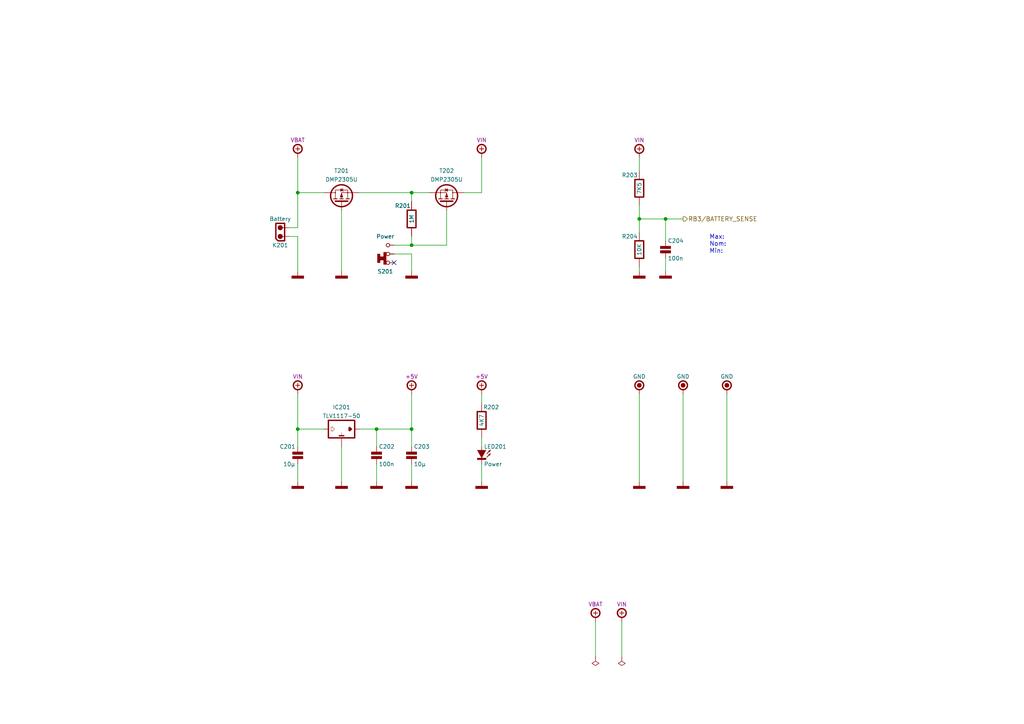
<source format=kicad_sch>
(kicad_sch (version 20211123) (generator eeschema)
  (paper "A4")
  (title_block (title "Power") (date "01/2022") (rev "A") (comment 1 "TBOT - MCU PIC-8Bit"))
  (lib_symbols
    (symbol "tronixio:C-1206" (pin_numbers hide) (pin_names (offset 0) hide)
      (property "Reference" "C" (at 0.635 2.54 0))
      (property "Value" "C-1206" (at 0.635 -2.54 0))
      (symbol "C-1206_0_1"
        (rectangle (start -1.524 -0.254) (end 1.524 -1.016) (stroke (width 0.001)) (fill (type outline)))
        (rectangle (start -1.524 1.016) (end 1.524 0.254) (stroke (width 0.001)) (fill (type outline)))
      )
      (symbol "C-1206_1_1"
        (pin passive line (at 0 2.54 270) (length 1.905) (name "~") (number "1"))
        (pin passive line (at 0 -2.54 90) (length 1.905) (name "~") (number "2"))
      )
    )
    (symbol "tronixio:DMP2305U-NEW" (pin_numbers hide) (pin_names (offset 0) hide)
      (property "Reference" "Q" (at 2.54 1.905 0))
      (property "Value" "DMP2305U-NEW" (at 0 -17.78 0))
      (symbol "DMP2305U-NEW_0_1"
        (rectangle (start -2.667 -1.905) (end -2.286 1.905) (stroke (width 0.001)) (fill (type outline)))
        (circle (center -0.889 0) (radius 3.175) (stroke (width 0.4)))
        (circle (center 0 -1.778) (radius 0.127) (stroke (width 0.12)))
        (polyline (pts (xy -1.778 -1.27) (xy -1.778 -2.286)) (stroke (width 0.254)))
        (polyline (pts (xy -1.778 0) (xy 0 0)) (stroke (width 0.15)))
        (polyline (pts (xy -1.778 0.508) (xy -1.778 -0.508)) (stroke (width 0.254)))
        (polyline (pts (xy -1.778 2.286) (xy -1.778 1.27)) (stroke (width 0.254)))
        (polyline (pts (xy -1.778 1.778) (xy 0.762 1.778) (xy 0.762 -1.778) (xy -1.778 -1.778)))
        (polyline (pts (xy -0.254 0) (xy -1.27 0.381) (xy -1.27 -0.381) (xy -0.254 0)) (fill (type outline)))
        (polyline (pts (xy 0.254 -0.508) (xy 0.381 -0.381) (xy 1.143 -0.381) (xy 1.27 -0.254)))
        (polyline (pts (xy 0.762 -0.381) (xy 0.381 0.254) (xy 1.143 0.254) (xy 0.762 -0.381)) (fill (type outline)))
        (circle (center 0 1.778) (radius 0.127) (stroke (width 0.12)))
      )
      (symbol "DMP2305U-NEW_1_1"
        (pin input line (at -5.08 0 0) (length 2.54) (name "G") (number "1"))
        (pin passive line (at 0 -5.08 90) (length 5.08) (name "S") (number "2"))
        (pin passive line (at 0 5.08 270) (length 3.3) (name "D") (number "3"))
      )
    )
    (symbol "tronixio:E-SWITCH-200USP1T1A1M2RE" (pin_numbers hide) (pin_names (offset 0) hide)
      (property "Reference" "S" (at 0 7.62 0))
      (property "Value" "E-SWITCH-200USP1T1A1M2RE" (at 0 -7.62 0))
      (symbol "E-SWITCH-200USP1T1A1M2RE_0_1"
        (rectangle (start -3.048 3.048) (end 0.508 2.286) (stroke (width 0.001)) (fill (type outline)))
        (circle (center -2.54 1.778) (radius 0.508) (stroke (width 0.2)))
        (rectangle (start -2.54 4.826) (end 0 4.064) (stroke (width 0.001)) (fill (type outline)))
        (rectangle (start -1.778 3.048) (end -0.762 4.064) (stroke (width 0.001)) (fill (type outline)))
        (circle (center 0 1.778) (radius 0.508) (stroke (width 0.2)))
        (circle (center 2.54 1.778) (radius 0.508) (stroke (width 0.2)))
        (pin passive line (at -2.54 0 90) (length 1.27) (name "1") (number "1"))
        (pin passive line (at 0 0 90) (length 1.27) (name "2") (number "2"))
        (pin passive line (at 2.54 0 90) (length 1.27) (name "3") (number "3"))
      )
    )
    (symbol "tronixio:KEYSTONE-5006" (pin_numbers hide) (pin_names (offset 0) hide)
      (property "Reference" "TP" (at 0 7.62 0))
      (property "Value" "KEYSTONE-5006" (at 0 5.08 0))
      (symbol "KEYSTONE-5006_0_1"
        (circle (center 0 2.54) (radius 0.635) (stroke (width 0.001)) (fill (type outline)))
        (circle (center 0 2.54) (radius 1.27) (stroke (width 0.4)))
      )
      (symbol "KEYSTONE-5006_1_1"
        (pin passive line (at 0 0 90) (length 1.27) (name "1") (number "1"))
      )
    )
    (symbol "tronixio:LED-1206-RED" (pin_numbers hide) (pin_names (offset 0) hide)
      (property "Reference" "LED" (at 0 -2.54 0))
      (property "Value" "LED-1206-RED" (at 0 -5.08 0))
      (symbol "LED-1206-RED_0_1"
        (rectangle (start -1.27 1.27) (end -0.762 -1.27) (stroke (width 0.001)) (fill (type outline)))
        (polyline (pts (xy 1.524 -1.27) (xy 1.524 1.27) (xy -0.762 0) (xy 1.524 -1.27)) (stroke (width 0.001)) (fill (type outline)))
        (polyline (pts (xy -0.508 1.524) (xy 0.508 2.54) (xy 0.254 2.032) (xy 0 2.286) (xy 0.508 2.54)) (stroke (width 0.2)))
        (polyline (pts (xy 0.508 1.524) (xy 1.524 2.54) (xy 1.27 2.032) (xy 1.016 2.286) (xy 1.524 2.54)) (stroke (width 0.2)))
      )
      (symbol "LED-1206-RED_1_1"
        (pin passive line (at -2.54 0 0) (length 1.27) (name "K") (number "1"))
        (pin passive line (at 2.54 0 180) (length 1.27) (name "A") (number "2"))
      )
    )
    (symbol "tronixio:MOLEX-MINI-SPOX-02-RIGHT-ANGLE" (pin_numbers hide) (pin_names (offset 0) hide)
      (property "Reference" "K" (at 0 2.54 0))
      (property "Value" "MOLEX-MINI-SPOX-02-RIGHT-ANGLE" (at 0 -5.08 0))
      (symbol "MOLEX-MINI-SPOX-02-RIGHT-ANGLE_0_1"
        (circle (center 0 -2.54) (radius 0.635) (stroke (width 0.2)) (fill (type outline)))
        (polyline (pts (xy -1.27 -3.81) (xy 1.27 -3.81) (xy 1.27 0.635) (xy 0.635 1.27) (xy -1.27 1.27) (xy -1.27 -3.81)) (stroke (width 0.4)))
        (circle (center 0 0) (radius 0.635) (stroke (width 0.2)) (fill (type outline)))
      )
      (symbol "MOLEX-MINI-SPOX-02-RIGHT-ANGLE_1_1"
        (pin passive line (at -2.54 0 0) (length 1.905) (name "1") (number "1"))
        (pin passive line (at -2.54 -2.54 0) (length 1.905) (name "2") (number "2"))
      )
    )
    (symbol "tronixio:POWER-+5V" (power) (pin_numbers hide) (pin_names (offset 0) hide)
      (property "Name" "+5V" (at 0 5.08 0))
      (symbol "POWER-+5V_0_1"
        (polyline (pts (xy -0.635 2.54) (xy 0.635 2.54)) (stroke (width 0.2)))
        (polyline (pts (xy 0 1.905) (xy 0 3.175)) (stroke (width 0.2)))
        (circle (center 0 2.54) (radius 1.27) (stroke (width 0.4)))
      )
      (symbol "POWER-+5V_1_1"
        (pin power_in line (at 0 0 90) (length 1.27) (name "+5V") (number "1"))
      )
    )
    (symbol "tronixio:POWER-GND" (power) (pin_numbers hide) (pin_names (offset 0) hide)
      (symbol "POWER-GND_0_1"
        (rectangle (start -1.778 -2.032) (end 1.778 -1.27) (stroke (width 0.001)) (fill (type outline)))
      )
      (symbol "POWER-GND_1_1"
        (pin power_in line (at 0 0 270) (length 1.27) (name "GND") (number "1"))
      )
    )
    (symbol "tronixio:POWER-VBAT" (power) (pin_numbers hide) (pin_names (offset 0) hide)
      (property "Name" "VBAT" (at 0 5.08 0))
      (symbol "POWER-VBAT_0_1"
        (polyline (pts (xy -0.635 2.54) (xy 0.635 2.54)) (stroke (width 0.2)))
        (polyline (pts (xy 0 1.905) (xy 0 3.175)) (stroke (width 0.2)))
        (circle (center 0 2.54) (radius 1.27) (stroke (width 0.4)))
      )
      (symbol "POWER-VBAT_1_1"
        (pin power_in line (at 0 0 90) (length 1.27) (name "VBAT") (number "1"))
      )
    )
    (symbol "tronixio:POWER-VIN" (power) (pin_numbers hide) (pin_names (offset 0) hide)
      (property "Name" "VIN" (at 0 5.08 0))
      (symbol "POWER-VIN_0_1"
        (polyline (pts (xy -0.635 2.54) (xy 0.635 2.54)) (stroke (width 0.2)))
        (polyline (pts (xy 0 1.905) (xy 0 3.175)) (stroke (width 0.2)))
        (circle (center 0 2.54) (radius 1.27) (stroke (width 0.4)))
      )
      (symbol "POWER-VIN_1_1"
        (pin power_in line (at 0 0 90) (length 1.27) (name "VIN") (number "1"))
      )
    )
    (symbol "tronixio:PWR_FLAG" (power) (pin_numbers hide) (pin_names (offset 0) hide)
      (symbol "PWR_FLAG_0_0"
        (pin power_out line (at 0 0 90) (length 0) (name "pwr") (number "1"))
      )
      (symbol "PWR_FLAG_0_1"
        (polyline (pts (xy 0 0) (xy 0 1.27) (xy -1.016 1.905) (xy 0 2.54) (xy 1.016 1.905) (xy 0 1.27)))
      )
    )
    (symbol "tronixio:R-1206" (pin_numbers hide) (pin_names (offset 0) hide)
      (property "Reference" "R" (at 2.54 0 90))
      (property "Value" "R-1206" (at 0 0 90))
      (symbol "R-1206_0_1"
        (rectangle (start -1.27 -2.54) (end 1.27 2.54) (stroke (width 0.4)))
      )
      (symbol "R-1206_1_1"
        (pin passive line (at 0 5.08 270) (length 2.54) (name "~") (number "1"))
        (pin passive line (at 0 -5.08 90) (length 2.54) (name "~") (number "2"))
      )
    )
    (symbol "tronixio:TLV1117-50-SOT" (pin_numbers hide) (pin_names (offset 0) hide)
      (property "Reference" "IC" (at 0 6.35 0))
      (property "Value" "TLV1117-50-SOT" (at 0 3.81 0))
      (symbol "TLV1117-50-SOT_0_1"
        (rectangle (start -3.81 -2.54) (end 3.81 2.54) (stroke (width 0.4)))
        (rectangle (start -0.762 -1.778) (end 0.762 -2.032) (stroke (width 0.001)) (fill (type outline)))
        (polyline (pts (xy -2.032 0) (xy -2.794 -0.762)) (stroke (width 0.0006)))
        (polyline (pts (xy -2.032 0) (xy -2.794 0.762)) (stroke (width 0.0006)))
        (polyline (pts (xy 0 -1.778) (xy 0 -1.016)) (stroke (width 0.0006)))
        (polyline (pts (xy 3.048 0) (xy 2.286 -0.762)) (stroke (width 0.0006)))
        (polyline (pts (xy 3.048 0) (xy 2.286 0.762)) (stroke (width 0.0006)))
        (polyline (pts (xy -2.54 -0.508) (xy -3.048 -0.508) (xy -3.048 0.508) (xy -2.54 0.508)) (stroke (width 0.0006)))
        (polyline (pts (xy 2.54 -0.508) (xy 2.032 -0.508) (xy 2.032 0.508) (xy 2.54 0.508)) (stroke (width 0.001)) (fill (type outline)))
        (polyline (pts (xy 2.54 -0.508) (xy 3.048 0) (xy 2.54 0.508) (xy 2.54 -0.508)) (stroke (width 0.001)) (fill (type outline)))
      )
      (symbol "TLV1117-50-SOT_1_1"
        (pin power_in line (at 0 -5.08 90) (length 2.54) (name "GND") (number "1"))
        (pin power_out line (at 5.08 0 180) (length 1.27) (name "VO") (number "2"))
        (pin power_in line (at -5.08 0 0) (length 1.27) (name "VI") (number "3"))
      )
    )
  )
  (junction (at 193.04 63.5) (diameter 0.9144))
  (junction (at 86.36 124.46))
  (junction (at 119.38 124.46) (diameter 0.9144))
  (junction (at 86.36 55.88) (diameter 0.9144))
  (junction (at 119.38 55.88) (diameter 0.9144))
  (junction (at 119.38 71.12))
  (junction (at 109.22 124.46))
  (junction (at 185.42 63.5) (diameter 0.9144))
  (no_connect (at 114.3 76.2))
  (wire (pts (xy 185.42 63.5) (xy 193.04 63.5)))
  (wire (pts (xy 193.04 63.5) (xy 198.12 63.5)))
  (wire (pts (xy 86.36 68.58) (xy 86.36 78.74)))
  (wire (pts (xy 134.62 55.88) (xy 139.7 55.88)))
  (wire (pts (xy 185.42 114.3) (xy 185.42 139.7)))
  (wire (pts (xy 139.7 45.72) (xy 139.7 55.88)))
  (wire (pts (xy 185.42 59.69) (xy 185.42 63.5)))
  (wire (pts (xy 185.42 63.5) (xy 185.42 67.31)))
  (wire (pts (xy 109.22 134.62) (xy 109.22 139.7)))
  (wire (pts (xy 114.3 73.66) (xy 119.38 73.66)))
  (wire (pts (xy 99.06 129.54) (xy 99.06 139.7)))
  (wire (pts (xy 119.38 68.58) (xy 119.38 71.12)))
  (wire (pts (xy 99.06 60.96) (xy 99.06 78.74)))
  (wire (pts (xy 86.36 55.88) (xy 93.98 55.88)))
  (wire (pts (xy 119.38 71.12) (xy 129.54 71.12)))
  (wire (pts (xy 104.14 124.46) (xy 109.22 124.46)))
  (wire (pts (xy 139.7 114.3) (xy 139.7 116.84)))
  (wire (pts (xy 139.7 127) (xy 139.7 129.54)))
  (wire (pts (xy 104.14 55.88) (xy 119.38 55.88)))
  (wire (pts (xy 119.38 55.88) (xy 124.46 55.88)))
  (wire (pts (xy 86.36 45.72) (xy 86.36 55.88)))
  (wire (pts (xy 86.36 124.46) (xy 93.98 124.46)))
  (wire (pts (xy 86.36 124.46) (xy 86.36 129.54)))
  (wire (pts (xy 114.3 71.12) (xy 119.38 71.12)))
  (wire (pts (xy 210.82 114.3) (xy 210.82 139.7)))
  (wire (pts (xy 139.7 134.62) (xy 139.7 139.7)))
  (wire (pts (xy 119.38 55.88) (xy 119.38 58.42)))
  (wire (pts (xy 109.22 124.46) (xy 119.38 124.46)))
  (wire (pts (xy 119.38 124.46) (xy 119.38 114.3)))
  (wire (pts (xy 193.04 74.93) (xy 193.04 78.74)))
  (wire (pts (xy 119.38 73.66) (xy 119.38 78.74)))
  (wire (pts (xy 86.36 114.3) (xy 86.36 124.46)))
  (wire (pts (xy 198.12 114.3) (xy 198.12 139.7)))
  (wire (pts (xy 119.38 134.62) (xy 119.38 139.7)))
  (wire (pts (xy 86.36 55.88) (xy 86.36 66.04)))
  (wire (pts (xy 185.42 45.72) (xy 185.42 49.53)))
  (wire (pts (xy 83.82 68.58) (xy 86.36 68.58)))
  (wire (pts (xy 193.04 69.85) (xy 193.04 63.5)))
  (wire (pts (xy 172.72 180.34) (xy 172.72 190.5)))
  (wire (pts (xy 129.54 60.96) (xy 129.54 71.12)))
  (wire (pts (xy 83.82 66.04) (xy 86.36 66.04)))
  (wire (pts (xy 119.38 124.46) (xy 119.38 129.54)))
  (wire (pts (xy 86.36 134.62) (xy 86.36 139.7)))
  (wire (pts (xy 109.22 124.46) (xy 109.22 129.54)))
  (wire (pts (xy 180.34 180.34) (xy 180.34 190.5)))
  (wire (pts (xy 185.42 77.47) (xy 185.42 78.74)))
  (text "Max:\nNom:\nMin:" (at 205.74 73.66 0) (effects (font (size 1.27 1.27)) (justify left bottom)))
  (hierarchical_label "RB3{slash}BATTERY_SENSE" (shape output) (at 198.12 63.5 0))
  (symbol (lib_id "tronixio:POWER-GND") (at 139.7 139.7 0) (unit 1)
    (property "Reference" "#PWR0213" (effects hide))
    (property "Value" "GND" (effects hide))
  )
  (symbol (lib_id "tronixio:KEYSTONE-5006") (at 198.12 114.3 0) (unit 1)
    (property "Reference" "TP202" (effects hide))
    (property "Value" "GND" (at 198.12 109.22 0) (effects (font (size 1.15 1.15))))
    (property "Footprint" "tronixio:KEYSTONE-5006" (effects hide))
    (property "Datasheet" "https://www.keyelco.com/product.cfm/product_id/1315" (effects hide))
    (property "MOUSER" "534-5006" (effects hide))
  )
  (symbol (lib_id "tronixio:POWER-GND") (at 119.38 139.7 0) (unit 1)
    (property "Reference" "#PWR0210" (effects hide))
    (property "Value" "GND" (effects hide))
  )
  (symbol (lib_id "tronixio:TLV1117-50-SOT") (at 99.06 124.46 0) (unit 1)
    (property "Reference" "IC201" (at 99.06 118.11 0) (effects (font (size 1.15 1.15))))
    (property "Value" "TLV1117-50" (at 99.06 120.65 0) (effects (font (size 1.15 1.15))))
    (property "Footprint" "tronixio:SOT-223-3" (effects hide))
    (property "Datasheet" "http://www.ti.com/lit/ds/symlink/tlv1117.pdf" (effects hide))
    (property "MOUSER" "595-TLV1117-50CDC" (effects hide))
  )
  (symbol (lib_id "tronixio:MOLEX-MINI-SPOX-02-RIGHT-ANGLE") (at 81.28 68.58 180) (unit 1)
    (property "Reference" "K201" (at 81.28 71.12 0) (effects (font (size 1.15 1.15))))
    (property "Value" "Battery" (at 81.28 63.5 0) (effects (font (size 1.15 1.15))))
    (property "Footprint" "tronixio:MOLEX-22057025" (effects hide))
    (property "Datasheet" "https://www.molex.com/molex/products/part-detail/pcb_headers/0022057025" (effects hide))
    (property "MOUSER" "538-22-05-7025" (effects hide))
  )
  (symbol (lib_id "tronixio:E-SWITCH-200USP1T1A1M2RE") (at 114.3 73.66 90) (unit 1)
    (property "Reference" "S201" (at 111.76 78.74 90) (effects (font (size 1.15 1.15))))
    (property "Value" "Power" (at 111.76 68.58 90) (effects (font (size 1.15 1.15))))
    (property "Footprint" "tronixio:E-SWITCH-200USPXT1A1M2RE" (effects hide))
    (property "Datasheet" "http://spec_sheets.e-switch.com/specs/T250000.pdf" (effects hide))
    (property "MOUSER" "612-200USP1T1A1M2RE" (effects hide))
  )
  (symbol (lib_id "tronixio:R-1206") (at 119.38 63.5 180) (unit 1)
    (property "Reference" "R201" (at 116.84 59.69 0) (effects (font (size 1.15 1.15))))
    (property "Value" "1M" (at 119.38 63.5 90) (effects (font (size 1.15 1.15))))
    (property "Footprint" "tronixio:RESISTOR-1206" (effects hide))
  )
  (symbol (lib_id "tronixio:POWER-GND") (at 210.82 139.7 0) (unit 1)
    (property "Reference" "#PWR0222" (effects hide))
    (property "Value" "GND" (effects hide))
  )
  (symbol (lib_id "tronixio:C-1206") (at 193.04 72.39 0) (unit 1)
    (property "Reference" "C204" (at 193.675 69.85 0) (effects (font (size 1.15 1.15)) (justify left)))
    (property "Value" "100n" (at 193.675 74.93 0) (effects (font (size 1.15 1.15)) (justify left)))
    (property "Footprint" "tronixio:CAPACITOR-1206" (effects hide))
  )
  (symbol (lib_id "tronixio:POWER-VBAT") (at 172.72 180.34 0) (unit 1)
    (property "Reference" "#PWR0214" (effects hide))
    (property "Value" "VBAT" (effects hide))
    (property "Name" "VBAT" (at 172.72 175.26 0) (effects (font (size 1.15 1.15))))
  )
  (symbol (lib_id "tronixio:POWER-GND") (at 99.06 139.7 0) (unit 1)
    (property "Reference" "#PWR0206" (effects hide))
    (property "Value" "GND" (effects hide))
  )
  (symbol (lib_id "tronixio:POWER-GND") (at 109.22 139.7 0) (unit 1)
    (property "Reference" "#PWR0207" (effects hide))
    (property "Value" "GND" (effects hide))
  )
  (symbol (lib_id "tronixio:POWER-VIN") (at 185.42 45.72 0) (unit 1)
    (property "Reference" "#PWR0216" (effects hide))
    (property "Value" "VIN" (effects hide))
    (property "Name" "VIN" (at 185.42 40.64 0) (effects (font (size 1.15 1.15))))
  )
  (symbol (lib_id "tronixio:R-1206") (at 185.42 54.61 180) (unit 1)
    (property "Reference" "R203" (at 180.34 50.8 0) (effects (font (size 1.15 1.15)) (justify right)))
    (property "Value" "7K5" (at 185.42 54.61 90) (effects (font (size 1.15 1.15))))
    (property "Footprint" "tronixio:RESISTOR-1206" (effects hide))
  )
  (symbol (lib_id "tronixio:POWER-+5V") (at 139.7 114.3 0) (unit 1)
    (property "Reference" "#PWR0212" (effects hide))
    (property "Value" "+5V" (effects hide))
    (property "Name" "+5V" (at 139.7 109.22 0) (effects (font (size 1.15 1.15))))
  )
  (symbol (lib_id "tronixio:R-1206") (at 139.7 121.92 180) (unit 1)
    (property "Reference" "R202" (at 144.78 118.11 0) (effects (font (size 1.15 1.15)) (justify left)))
    (property "Value" "4K7" (at 139.7 121.92 90) (effects (font (size 1.15 1.15))))
    (property "Footprint" "tronixio:RESISTOR-1206" (effects hide))
  )
  (symbol (lib_id "tronixio:POWER-GND") (at 119.38 78.74 0) (unit 1)
    (property "Reference" "#PWR0208" (effects hide))
    (property "Value" "GND" (effects hide))
  )
  (symbol (lib_id "tronixio:POWER-VBAT") (at 86.36 45.72 0) (unit 1)
    (property "Reference" "#PWR0201" (effects hide))
    (property "Value" "VBAT" (effects hide))
    (property "Name" "VBAT" (at 86.36 40.64 0) (effects (font (size 1.15 1.15))))
  )
  (symbol (lib_id "tronixio:POWER-+5V") (at 119.38 114.3 0) (unit 1)
    (property "Reference" "#PWR0209" (effects hide))
    (property "Value" "+5V" (effects hide))
    (property "Name" "+5V" (at 119.38 109.22 0) (effects (font (size 1.15 1.15))))
  )
  (symbol (lib_id "tronixio:PWR_FLAG") (at 172.72 190.5 180) (unit 1)
    (property "Reference" "#FLG0201" (effects hide))
    (property "Value" "PWR_FLAG" (effects hide))
  )
  (symbol (lib_id "tronixio:POWER-GND") (at 86.36 78.74 0) (unit 1)
    (property "Reference" "#PWR0202" (effects hide))
    (property "Value" "GND" (effects hide))
  )
  (symbol (lib_id "tronixio:DMP2305U-NEW") (at 129.54 55.88 270) (mirror x) (unit 1)
    (property "Reference" "T202" (at 129.54 49.53 90) (effects (font (size 1.15 1.15))))
    (property "Value" "DMP2305U" (at 129.54 52.07 90) (effects (font (size 1.15 1.15))))
    (property "Footprint" "tronixio:SOT-23-3" (effects hide))
    (property "Datasheet" "https://www.diodes.com/part/view/DMP2305U" (effects hide))
    (property "MOUSER" "621-DMP2305U-7" (effects hide))
  )
  (symbol (lib_id "tronixio:LED-1206-RED") (at 139.7 132.08 270) (mirror x) (unit 1)
    (property "Reference" "LED201" (at 140.335 129.54 90) (effects (font (size 1.15 1.15)) (justify left)))
    (property "Value" "Power" (at 140.335 134.62 90) (effects (font (size 1.15 1.15)) (justify left)))
    (property "Footprint" "tronixio:LED-1206" (effects hide))
    (property "Datasheet" "http://www.kingbrightusa.com/images/catalog/SPEC/APT3216LSECK-J3-PRV.pdf" (effects hide))
    (property "MOUSER" "604-APT3216LSECKJ3RV" (effects hide))
  )
  (symbol (lib_id "tronixio:PWR_FLAG") (at 180.34 190.5 180) (unit 1)
    (property "Reference" "#FLG0202" (effects hide))
    (property "Value" "PWR_FLAG" (effects hide))
  )
  (symbol (lib_id "tronixio:R-1206") (at 185.42 72.39 180) (unit 1)
    (property "Reference" "R204" (at 180.34 68.58 0) (effects (font (size 1.15 1.15)) (justify right)))
    (property "Value" "10K" (at 185.42 72.39 90) (effects (font (size 1.15 1.15))))
    (property "Footprint" "tronixio:RESISTOR-1206" (effects hide))
  )
  (symbol (lib_id "tronixio:POWER-VIN") (at 139.7 45.72 0) (unit 1)
    (property "Reference" "#PWR0211" (effects hide))
    (property "Value" "VIN" (effects hide))
    (property "Name" "VIN" (at 139.7 40.64 0) (effects (font (size 1.15 1.15))))
  )
  (symbol (lib_id "tronixio:POWER-GND") (at 185.42 78.74 0) (unit 1)
    (property "Reference" "#PWR0217" (effects hide))
    (property "Value" "GND" (effects hide))
  )
  (symbol (lib_id "tronixio:POWER-VIN") (at 86.36 114.3 0) (unit 1)
    (property "Reference" "#PWR0203" (effects hide))
    (property "Value" "VIN" (effects hide))
    (property "Name" "VIN" (at 86.36 109.22 0) (effects (font (size 1.15 1.15))))
  )
  (symbol (lib_id "tronixio:POWER-GND") (at 185.42 139.7 0) (unit 1)
    (property "Reference" "#PWR0218" (effects hide))
    (property "Value" "GND" (effects hide))
  )
  (symbol (lib_id "tronixio:POWER-GND") (at 193.04 78.74 0) (unit 1)
    (property "Reference" "#PWR0219" (effects hide))
    (property "Value" "GND" (effects hide))
  )
  (symbol (lib_id "tronixio:C-1206") (at 86.36 132.08 0) (unit 1)
    (property "Reference" "C201" (at 85.725 129.54 0) (effects (font (size 1.15 1.15)) (justify right)))
    (property "Value" "10µ" (at 85.725 134.62 0) (effects (font (size 1.15 1.15)) (justify right)))
    (property "Footprint" "tronixio:CAPACITOR-1206" (effects hide))
  )
  (symbol (lib_id "tronixio:POWER-GND") (at 198.12 139.7 0) (unit 1)
    (property "Reference" "#PWR0220" (effects hide))
    (property "Value" "GND" (effects hide))
  )
  (symbol (lib_id "tronixio:C-1206") (at 109.22 132.08 0) (unit 1)
    (property "Reference" "C202" (at 109.855 129.54 0) (effects (font (size 1.15 1.15)) (justify left)))
    (property "Value" "100n" (at 109.855 134.62 0) (effects (font (size 1.15 1.15)) (justify left)))
    (property "Footprint" "tronixio:CAPACITOR-1206" (effects hide))
  )
  (symbol (lib_id "tronixio:KEYSTONE-5006") (at 185.42 114.3 0) (unit 1)
    (property "Reference" "TP201" (effects hide))
    (property "Value" "GND" (at 185.42 109.22 0) (effects (font (size 1.15 1.15))))
    (property "Footprint" "tronixio:KEYSTONE-5006" (effects hide))
    (property "Datasheet" "https://www.keyelco.com/product.cfm/product_id/1315" (effects hide))
    (property "MOUSER" "534-5006" (effects hide))
  )
  (symbol (lib_id "tronixio:DMP2305U-NEW") (at 99.06 55.88 90) (unit 1)
    (property "Reference" "T201" (at 99.06 49.53 90) (effects (font (size 1.15 1.15))))
    (property "Value" "DMP2305U" (at 99.06 52.07 90) (effects (font (size 1.15 1.15))))
    (property "Footprint" "tronixio:SOT-23-3" (effects hide))
    (property "Datasheet" "https://www.diodes.com/part/view/DMP2305U" (effects hide))
    (property "MOUSER" "621-DMP2305U-7" (effects hide))
  )
  (symbol (lib_id "tronixio:POWER-GND") (at 86.36 139.7 0) (unit 1)
    (property "Reference" "#PWR0204" (effects hide))
    (property "Value" "GND" (effects hide))
  )
  (symbol (lib_id "tronixio:C-1206") (at 119.38 132.08 0) (unit 1)
    (property "Reference" "C203" (at 120.015 129.54 0) (effects (font (size 1.15 1.15)) (justify left)))
    (property "Value" "10µ" (at 120.015 134.62 0) (effects (font (size 1.15 1.15)) (justify left)))
    (property "Footprint" "tronixio:CAPACITOR-1206" (effects hide))
  )
  (symbol (lib_id "tronixio:KEYSTONE-5006") (at 210.82 114.3 0) (unit 1)
    (property "Reference" "TP203" (effects hide))
    (property "Value" "GND" (at 210.82 109.22 0) (effects (font (size 1.15 1.15))))
    (property "Footprint" "tronixio:KEYSTONE-5006" (effects hide))
    (property "Datasheet" "https://www.keyelco.com/product.cfm/product_id/1315" (effects hide))
    (property "MOUSER" "534-5006" (effects hide))
  )
  (symbol (lib_id "tronixio:POWER-VIN") (at 180.34 180.34 0) (unit 1)
    (property "Reference" "#PWR0215" (effects hide))
    (property "Value" "VIN" (effects hide))
    (property "Name" "VIN" (at 180.34 175.26 0) (effects (font (size 1.15 1.15))))
  )
  (symbol (lib_id "tronixio:POWER-GND") (at 99.06 78.74 0) (unit 1)
    (property "Reference" "#PWR0205" (effects hide))
    (property "Value" "GND" (effects hide))
  )
)
</source>
